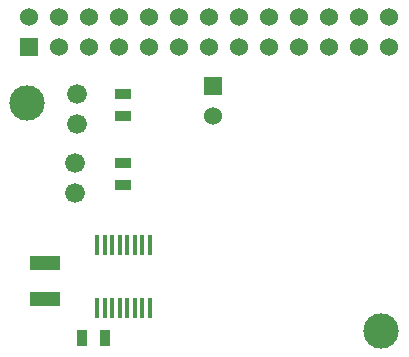
<source format=gts>
G04 #@! TF.FileFunction,Soldermask,Top*
%FSLAX46Y46*%
G04 Gerber Fmt 4.6, Leading zero omitted, Abs format (unit mm)*
G04 Created by KiCad (PCBNEW (after 2015-mar-04 BZR unknown)-product) date 4/21/2015 4:00:12 PM*
%MOMM*%
G01*
G04 APERTURE LIST*
%ADD10C,0.150000*%
%ADD11R,0.889000X1.397000*%
%ADD12C,3.000000*%
%ADD13R,1.397000X0.889000*%
%ADD14R,2.540000X1.270000*%
%ADD15R,0.406400X1.651000*%
%ADD16R,1.524000X1.524000*%
%ADD17C,1.524000*%
%ADD18C,1.676400*%
G04 APERTURE END LIST*
D10*
D11*
X146318500Y-102083000D03*
X144413500Y-102083000D03*
D12*
X139778000Y-82144000D03*
X169750000Y-101448000D03*
D13*
X147906000Y-83287000D03*
X147906000Y-81382000D03*
X147906000Y-89129000D03*
X147906000Y-87224000D03*
D14*
X141238500Y-98717500D03*
X141238500Y-95669500D03*
D15*
X148223500Y-94209000D03*
X147588500Y-94209000D03*
X146953500Y-94209000D03*
X146318500Y-94209000D03*
X150128500Y-99543000D03*
X150128500Y-94209000D03*
X149493500Y-94209000D03*
X148858500Y-94209000D03*
X145683500Y-99543000D03*
X146318500Y-99543000D03*
X146953500Y-99543000D03*
X147588500Y-99543000D03*
X148223500Y-99543000D03*
X148858500Y-99543000D03*
X145683500Y-94209000D03*
X149493500Y-99543000D03*
D16*
X139905000Y-77445000D03*
D17*
X139905000Y-74905000D03*
X142445000Y-77445000D03*
X142445000Y-74905000D03*
X144985000Y-77445000D03*
X144985000Y-74905000D03*
X147525000Y-77445000D03*
X147525000Y-74905000D03*
X150065000Y-77445000D03*
X150065000Y-74905000D03*
X152605000Y-77445000D03*
X152605000Y-74905000D03*
X155145000Y-77445000D03*
X155145000Y-74905000D03*
X157685000Y-77445000D03*
X157685000Y-74905000D03*
X160225000Y-77445000D03*
X160225000Y-74905000D03*
X162765000Y-77445000D03*
X162765000Y-74905000D03*
X165305000Y-77445000D03*
X165305000Y-74905000D03*
X167845000Y-77445000D03*
X167845000Y-74905000D03*
X170385000Y-77445000D03*
X170385000Y-74905000D03*
D16*
X155526000Y-80747000D03*
D17*
X155526000Y-83287000D03*
D18*
X143842000Y-87224000D03*
X143842000Y-89764000D03*
X143969000Y-81382000D03*
X143969000Y-83922000D03*
M02*

</source>
